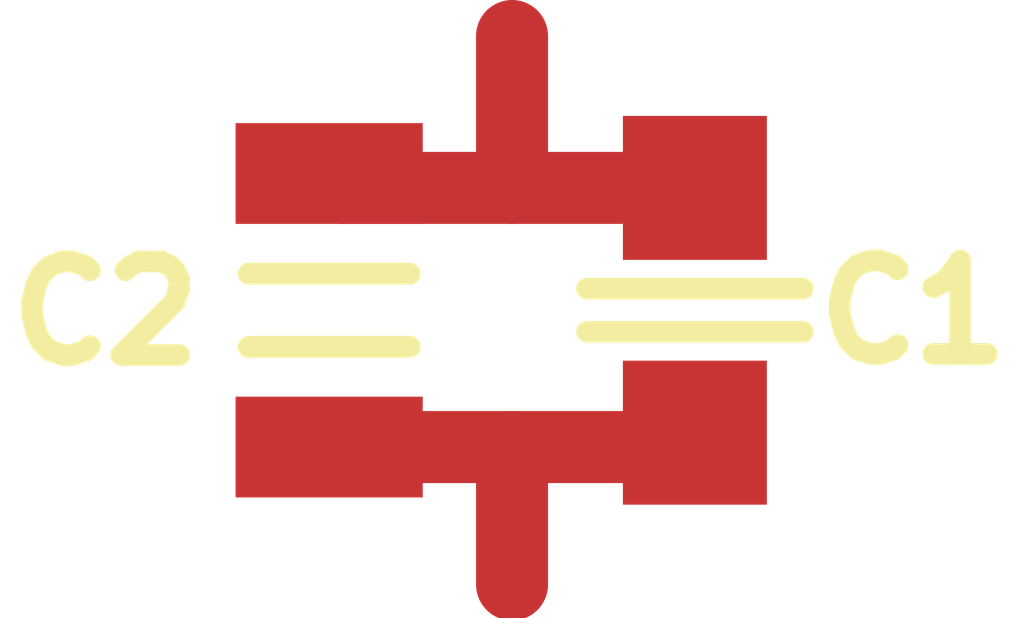
<source format=kicad_pcb>
(kicad_pcb (version 20241229) (generator "pcbnew") (generator_version "9.0")
  (layers (0 "F.Cu" signal) (2 "B.Cu" signal) (13 "F.Paste" user) (15 "B.Paste" user) (5 "F.SilkS" user "F.Silkscreen") (7 "B.SilkS" user "B.Silkscreen") (1 "F.Mask" user) (3 "B.Mask" user) (25 "Edge.Cuts" user))
  (net 0 "")
  (net 1 "/UNRIPPLE")
  (net 2 "GND")
  (footprint "PCM_4ms_Capacitor:C_0805" (layer "F.Cu") (at 47.625 46.99 90)
    (property "Reference" "C2" (at -0.39822 -2.286288 180) (layer "F.SilkS") (effects (font (size 0.65 0.65)) (justify left bottom)))
    (property "Value" "10uF_0805_25V" (hide yes))
    (fp_line (start 0.254 0.5588) (end 0.254 -0.5588) (stroke (width 0.1524)) (layer "F.SilkS"))
    (fp_line (start -0.254 0.5588) (end -0.254 -0.5588) (stroke (width 0.1524)) (layer "F.SilkS"))
    (pad "1" smd rect (at -0.95 0 90) (size 0.7 1.3) (layers "F.Cu" "F.Mask" "F.Paste") (net 1 "/UNRIPPLE"))
    (pad "2" smd rect (at 0.95 0 90) (size 0.7 1.3) (layers "F.Cu" "F.Mask" "F.Paste") (net 2 "GND"))
  )
  (footprint "PCM_4ms_Capacitor:C_0603" (layer "F.Cu") (at 50.165 46.99 90)
    (property "Reference" "C1" (at -0.010619 1.51654 180) (layer "F.SilkS") (effects (font (size 0.65 0.65))))
    (property "Value" "100nF_0603_16V" (hide yes))
    (fp_line (start -0.15 -0.75) (end -0.15 0.75) (stroke (width 0.15)) (layer "F.SilkS"))
    (fp_line (start 0.15 0.75) (end 0.15 -0.75) (stroke (width 0.15)) (layer "F.SilkS"))
    (pad "1" smd rect (at -0.85 0 90) (size 1 1) (layers "F.Cu" "F.Mask" "F.Paste") (net 1 "/UNRIPPLE"))
    (pad "2" smd rect (at 0.85 0 90) (size 1 1) (layers "F.Cu" "F.Mask" "F.Paste") (net 2 "GND"))
  )
  (segment (start 48.895 47.94) (end 48.895 48.895) (width 0.5) (layer "F.Cu") (net 1))
  (segment (start 47.625 47.94) (end 48.895 47.94) (width 0.5) (layer "F.Cu") (net 1))
  (segment (start 50.065 47.94) (end 50.165 47.84) (width 0.5) (layer "F.Cu") (net 1))
  (segment (start 48.895 47.94) (end 50.065 47.94) (width 0.5) (layer "F.Cu") (net 1))
  (segment (start 48.895 46.14) (end 48.895 45.085) (width 0.5) (layer "F.Cu") (net 2))
  (segment (start 48.895 46.14) (end 47.725 46.14) (width 0.5) (layer "F.Cu") (net 2))
  (segment (start 47.725 46.14) (end 47.625 46.04) (width 0.5) (layer "F.Cu") (net 2))
  (segment (start 50.165 46.14) (end 48.895 46.14) (width 0.5) (layer "F.Cu") (net 2))
)
</source>
